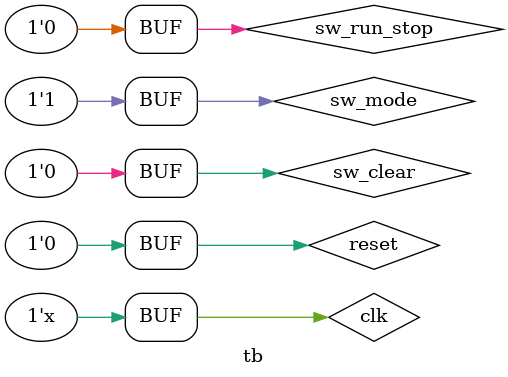
<source format=v>
`timescale 1ns / 1ps


module tb();
    reg clk, reset;

    wire w_tick;
    
    reg sw_mode;
    reg sw_clear;
    reg sw_run_stop;

    wire mode;
    wire clear;
    wire en;

    wire [13:0] count;
    wire [3:0] dot_data;

    localparam DELAY = 10_000_000*10;

    control_unit dut(
        .clk(clk),
        .reset(reset),
        .sw_mode(sw_mode),
        .sw_run_stop(sw_run_stop),
        .sw_clear(sw_clear),
        .mode(mode), 
        .clear(clear),
        .en(en)
);

counter_up_down uut(
        .clk(clk),
        .reset(reset),
        .clear(clear),
        .en(en),
        .mode(mode),
        .count(count),
        .dot_data(dot_data)
);


    always  #5 clk = ~clk;
    
    initial begin
        clk = 0;
        reset = 1;
        sw_mode = 0;
        sw_clear = 0;
        sw_run_stop = 0; 
        #10;
        reset = 0;
        sw_run_stop = 1;
        # DELAY;
        sw_mode = 1;
        # DELAY;
        sw_run_stop = 0;
        #DELAY;
        
    end
endmodule

</source>
